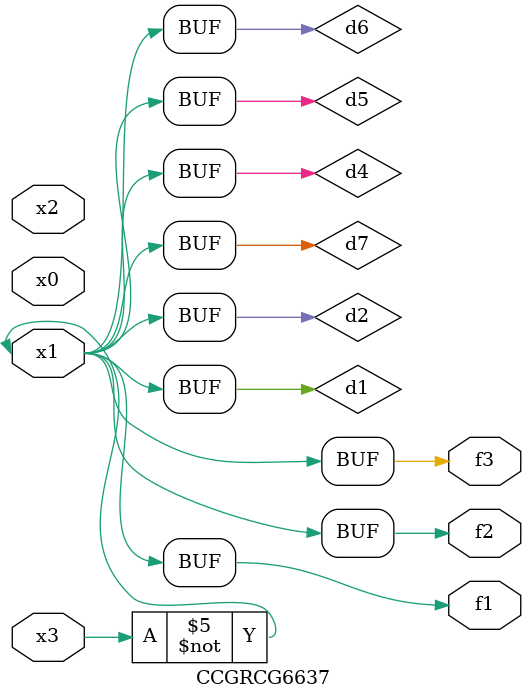
<source format=v>
module CCGRCG6637(
	input x0, x1, x2, x3,
	output f1, f2, f3
);

	wire d1, d2, d3, d4, d5, d6, d7;

	not (d1, x3);
	buf (d2, x1);
	xnor (d3, d1, d2);
	nor (d4, d1);
	buf (d5, d1, d2);
	buf (d6, d4, d5);
	nand (d7, d4);
	assign f1 = d6;
	assign f2 = d7;
	assign f3 = d6;
endmodule

</source>
